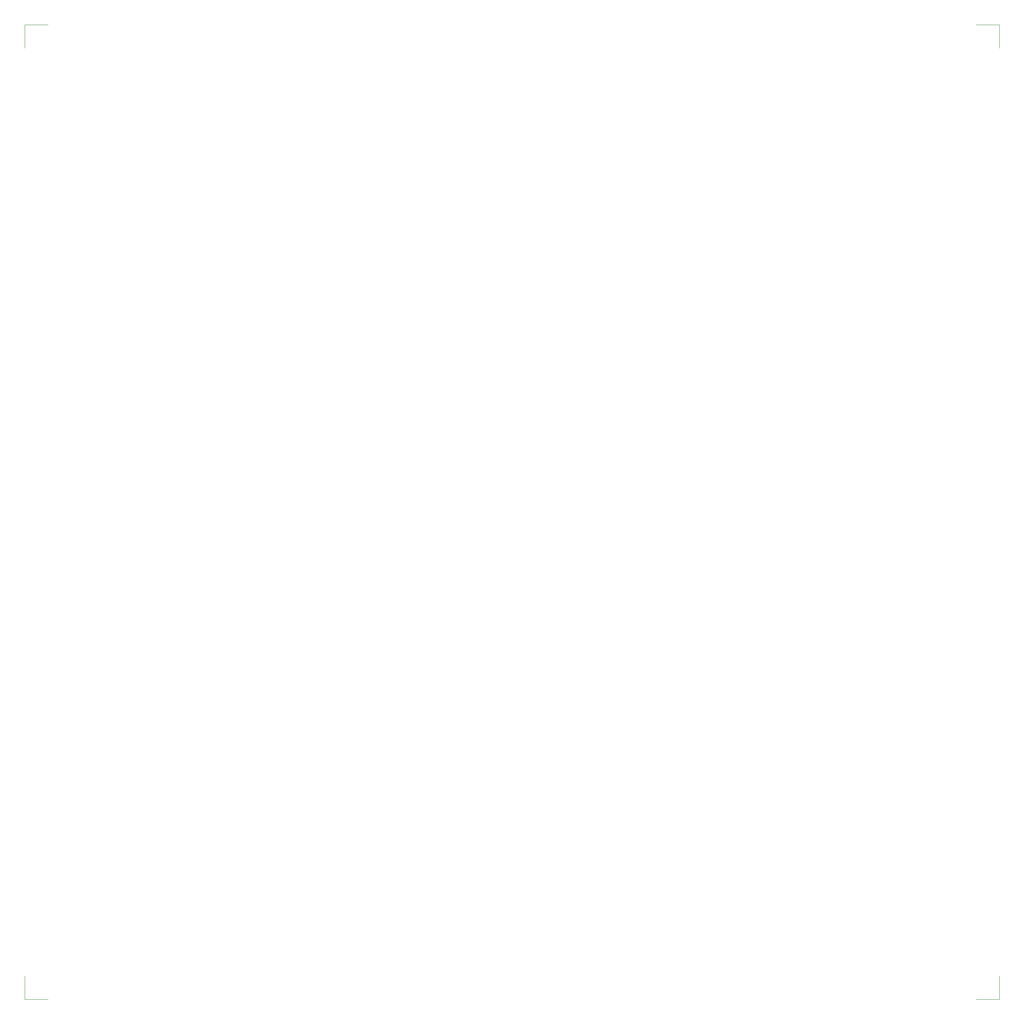
<source format=gbr>
G04 #@! TF.GenerationSoftware,KiCad,Pcbnew,(5.1.5-0-10_14)*
G04 #@! TF.CreationDate,2020-06-03T20:16:53+02:00*
G04 #@! TF.ProjectId,rgb_led_cube,7267625f-6c65-4645-9f63-7562652e6b69,rev?*
G04 #@! TF.SameCoordinates,Original*
G04 #@! TF.FileFunction,Legend,Bot*
G04 #@! TF.FilePolarity,Positive*
%FSLAX46Y46*%
G04 Gerber Fmt 4.6, Leading zero omitted, Abs format (unit mm)*
G04 Created by KiCad (PCBNEW (5.1.5-0-10_14)) date 2020-06-03 20:16:53*
%MOMM*%
%LPD*%
G04 APERTURE LIST*
%ADD10C,0.120000*%
G04 APERTURE END LIST*
D10*
X257353000Y-39472000D02*
X257353000Y-44552000D01*
X252273000Y-39472000D02*
X257353000Y-39472000D01*
X257353000Y-253340000D02*
X252273000Y-253340000D01*
X257353000Y-248260000D02*
X257353000Y-253340000D01*
X43485000Y-39472000D02*
X43485000Y-44552000D01*
X48565000Y-39472000D02*
X43485000Y-39472000D01*
X43485000Y-253340000D02*
X43485000Y-248260000D01*
X48565000Y-253340000D02*
X43485000Y-253340000D01*
M02*

</source>
